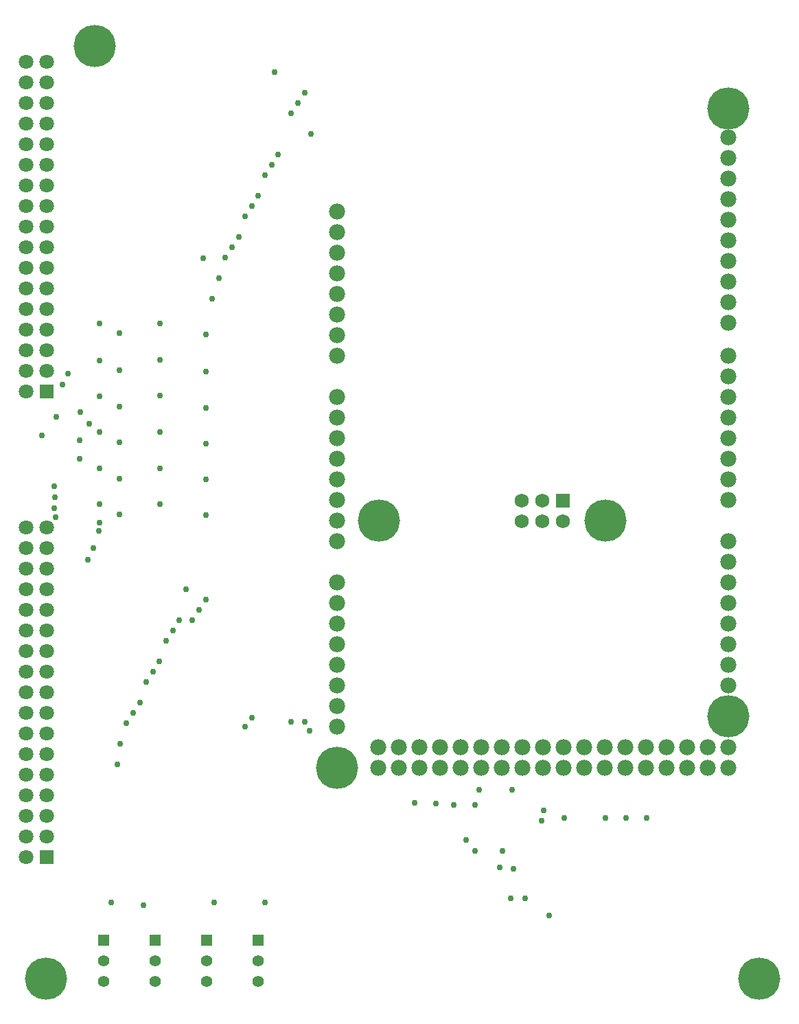
<source format=gbs>
G04*
G04 #@! TF.GenerationSoftware,Altium Limited,Altium Designer,21.0.9 (235)*
G04*
G04 Layer_Color=16711935*
%FSLAX44Y44*%
%MOMM*%
G71*
G04*
G04 #@! TF.SameCoordinates,B04B5628-BEB7-489B-AFC1-9DCA5A1A145D*
G04*
G04*
G04 #@! TF.FilePolarity,Negative*
G04*
G01*
G75*
%ADD20C,1.9812*%
%ADD21R,1.4000X1.4000*%
%ADD22C,1.4000*%
%ADD23C,1.8032*%
%ADD24R,1.8032X1.8032*%
%ADD25C,1.7532*%
%ADD26R,1.7532X1.7532*%
%ADD27C,5.2032*%
%ADD28C,0.7532*%
D20*
X0Y-787400D02*
D03*
X-25400D02*
D03*
X-50800D02*
D03*
X-76200D02*
D03*
X-101600D02*
D03*
X-127000D02*
D03*
X-152400D02*
D03*
X-177800D02*
D03*
X-203200D02*
D03*
X0Y-812800D02*
D03*
X-228600Y-787400D02*
D03*
X-254000D02*
D03*
X-279400D02*
D03*
X-304800D02*
D03*
X-330200D02*
D03*
X-355600D02*
D03*
X-381000D02*
D03*
X-406400D02*
D03*
X-431800D02*
D03*
X-25400Y-812800D02*
D03*
X-50800D02*
D03*
X-76200D02*
D03*
X-101600D02*
D03*
X-127000D02*
D03*
X-152400D02*
D03*
X-177800D02*
D03*
X-203200D02*
D03*
X-228600D02*
D03*
X-254000D02*
D03*
X-279400D02*
D03*
X-304800D02*
D03*
X-330200D02*
D03*
X-355600D02*
D03*
X-381000D02*
D03*
X-406400D02*
D03*
X-431800D02*
D03*
X0Y-213360D02*
D03*
Y-187960D02*
D03*
Y-162560D02*
D03*
Y-137160D02*
D03*
Y-111760D02*
D03*
Y-86360D02*
D03*
Y-60960D02*
D03*
Y-35560D02*
D03*
Y-238760D02*
D03*
Y-264160D02*
D03*
Y-533400D02*
D03*
Y-558800D02*
D03*
Y-584200D02*
D03*
Y-609600D02*
D03*
Y-635000D02*
D03*
Y-660400D02*
D03*
Y-685800D02*
D03*
Y-711200D02*
D03*
Y-482600D02*
D03*
Y-457200D02*
D03*
Y-431800D02*
D03*
Y-406400D02*
D03*
Y-381000D02*
D03*
Y-355600D02*
D03*
Y-330200D02*
D03*
Y-304800D02*
D03*
X-482600D02*
D03*
Y-279400D02*
D03*
Y-254000D02*
D03*
Y-228600D02*
D03*
Y-203200D02*
D03*
Y-177800D02*
D03*
Y-152400D02*
D03*
Y-127000D02*
D03*
Y-533400D02*
D03*
Y-508000D02*
D03*
Y-482600D02*
D03*
Y-457200D02*
D03*
Y-431800D02*
D03*
Y-406400D02*
D03*
Y-381000D02*
D03*
Y-355600D02*
D03*
Y-762000D02*
D03*
Y-736600D02*
D03*
Y-711200D02*
D03*
Y-685800D02*
D03*
Y-660400D02*
D03*
Y-635000D02*
D03*
Y-609600D02*
D03*
Y-584200D02*
D03*
D21*
X-770728Y-1025854D02*
D03*
X-707228D02*
D03*
X-643728D02*
D03*
X-580228D02*
D03*
D22*
X-770728Y-1050854D02*
D03*
Y-1075854D02*
D03*
X-707228D02*
D03*
Y-1050854D02*
D03*
X-643728Y-1075854D02*
D03*
Y-1050854D02*
D03*
X-580228Y-1075854D02*
D03*
Y-1050854D02*
D03*
D23*
X-840436Y57504D02*
D03*
Y32104D02*
D03*
Y6704D02*
D03*
Y-18696D02*
D03*
Y-44096D02*
D03*
X-865836Y57504D02*
D03*
Y32104D02*
D03*
Y6704D02*
D03*
Y-18696D02*
D03*
Y-44096D02*
D03*
X-840436Y-94896D02*
D03*
Y-120296D02*
D03*
X-865836Y-94896D02*
D03*
Y-120296D02*
D03*
X-840436Y-196496D02*
D03*
X-865836D02*
D03*
Y-348896D02*
D03*
X-840436Y-323496D02*
D03*
X-865836D02*
D03*
Y-298096D02*
D03*
X-840436D02*
D03*
X-865836Y-272696D02*
D03*
X-840436D02*
D03*
X-865836Y-247296D02*
D03*
Y-221896D02*
D03*
X-840436Y-247296D02*
D03*
Y-221896D02*
D03*
X-865836Y-171096D02*
D03*
Y-145696D02*
D03*
X-840436Y-171096D02*
D03*
Y-145696D02*
D03*
X-865836Y-69496D02*
D03*
X-840436D02*
D03*
Y-516546D02*
D03*
Y-541946D02*
D03*
Y-567346D02*
D03*
Y-592746D02*
D03*
Y-618146D02*
D03*
X-865836Y-516546D02*
D03*
Y-541946D02*
D03*
Y-567346D02*
D03*
Y-592746D02*
D03*
Y-618146D02*
D03*
X-840436Y-668946D02*
D03*
Y-694346D02*
D03*
X-865836Y-668946D02*
D03*
Y-694346D02*
D03*
X-840436Y-770546D02*
D03*
X-865836D02*
D03*
Y-922946D02*
D03*
X-840436Y-897546D02*
D03*
X-865836D02*
D03*
Y-872146D02*
D03*
X-840436D02*
D03*
X-865836Y-846746D02*
D03*
X-840436D02*
D03*
X-865836Y-821346D02*
D03*
Y-795946D02*
D03*
X-840436Y-821346D02*
D03*
Y-795946D02*
D03*
X-865836Y-745146D02*
D03*
Y-719746D02*
D03*
X-840436Y-745146D02*
D03*
Y-719746D02*
D03*
X-865836Y-643546D02*
D03*
X-840436D02*
D03*
D24*
Y-348896D02*
D03*
Y-922946D02*
D03*
D25*
X-229100Y-484000D02*
D03*
X-254500D02*
D03*
X-203700Y-509400D02*
D03*
X-254500D02*
D03*
X-229100D02*
D03*
D26*
X-203700Y-484000D02*
D03*
D27*
X0Y0D02*
D03*
X-431000Y-508000D02*
D03*
X-152000D02*
D03*
X-781726Y77316D02*
D03*
X38274Y-1072684D02*
D03*
X-841726D02*
D03*
X-482600Y-812800D02*
D03*
X0Y-749300D02*
D03*
D28*
X-788416Y-389128D02*
D03*
X-800490Y-431546D02*
D03*
X-751224Y-277278D02*
D03*
Y-322998D02*
D03*
Y-367919D02*
D03*
Y-411898D02*
D03*
Y-456089D02*
D03*
X-775386Y-511068D02*
D03*
X-701640Y-681666D02*
D03*
X-709768Y-694366D02*
D03*
X-717896Y-707066D02*
D03*
X-516517Y-767244D02*
D03*
X-307340Y-840442D02*
D03*
X-266700D02*
D03*
X-312258Y-858520D02*
D03*
X-360680Y-856742D02*
D03*
X-387132Y-856080D02*
D03*
X-339090Y-858520D02*
D03*
X-126076Y-874940D02*
D03*
X-151476D02*
D03*
X-202276D02*
D03*
X-250809Y-974191D02*
D03*
X-571338Y-979080D02*
D03*
X-634330D02*
D03*
X-721234Y-981876D02*
D03*
X-761330Y-979080D02*
D03*
X-278222Y-915494D02*
D03*
X-323688Y-901592D02*
D03*
X-268824Y-973660D02*
D03*
X-282032Y-935306D02*
D03*
X-312258Y-915494D02*
D03*
X-221326Y-994996D02*
D03*
X-265014Y-937678D02*
D03*
X-830924Y-479735D02*
D03*
X-831729Y-492832D02*
D03*
X-829527Y-504311D02*
D03*
X-831739Y-465746D02*
D03*
X-821230Y-340524D02*
D03*
X-814206Y-326773D02*
D03*
X-828920Y-380509D02*
D03*
X-800490Y-409094D02*
D03*
X-799176Y-374560D02*
D03*
X-846591Y-403179D02*
D03*
X-790032Y-556424D02*
D03*
X-783174Y-541946D02*
D03*
X-776316Y-521118D02*
D03*
X-753500Y-808436D02*
D03*
X-751224Y-500370D02*
D03*
X-775386Y-311054D02*
D03*
X-701386Y-354054D02*
D03*
Y-444054D02*
D03*
X-775386D02*
D03*
Y-399054D02*
D03*
Y-355054D02*
D03*
X-701386Y-310054D02*
D03*
Y-399054D02*
D03*
Y-265054D02*
D03*
X-775386D02*
D03*
Y-488054D02*
D03*
X-701386D02*
D03*
X-644236Y-457105D02*
D03*
Y-278294D02*
D03*
Y-501296D02*
D03*
Y-412914D02*
D03*
Y-368935D02*
D03*
Y-324014D02*
D03*
X-636406Y-234616D02*
D03*
X-587848Y-751242D02*
D03*
X-230724Y-878496D02*
D03*
X-595722Y-762418D02*
D03*
X-647538Y-184568D02*
D03*
X-227422Y-865288D02*
D03*
X-100676Y-874940D02*
D03*
X-652872Y-618166D02*
D03*
X-669128Y-592766D02*
D03*
X-661000Y-630866D02*
D03*
X-644744Y-605466D02*
D03*
X-604104Y-158416D02*
D03*
X-612232Y-171116D02*
D03*
X-742280Y-757866D02*
D03*
X-734152Y-745166D02*
D03*
X-726024Y-732466D02*
D03*
X-522824Y-756576D02*
D03*
X-539080Y-756576D02*
D03*
X-555336Y-56816D02*
D03*
X-620360Y-183816D02*
D03*
X-628488Y-209216D02*
D03*
X-677256Y-630866D02*
D03*
X-685384Y-643566D02*
D03*
X-750408Y-783266D02*
D03*
X-693512Y-656266D02*
D03*
X-559908Y44784D02*
D03*
X-514696Y-31416D02*
D03*
X-571592Y-82216D02*
D03*
X-579720Y-107616D02*
D03*
X-587848Y-120316D02*
D03*
X-595976Y-133016D02*
D03*
X-563464Y-69516D02*
D03*
X-539080Y-6016D02*
D03*
X-530952Y6684D02*
D03*
X-522824Y19384D02*
D03*
M02*

</source>
